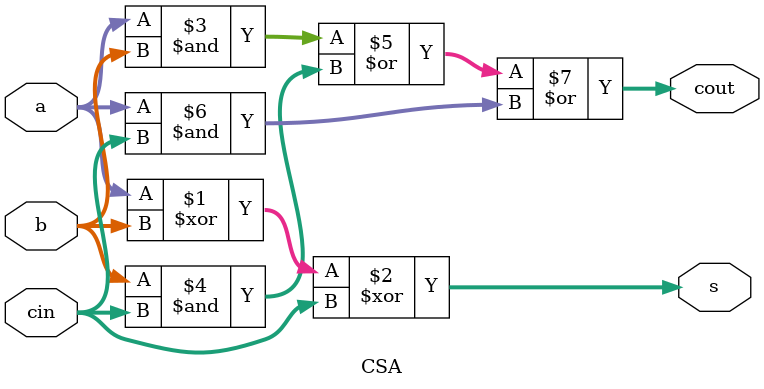
<source format=sv>
module Mul(
    input                       clk,
    input                       rstn,
    input                       WB_flush_csr,

    input                       mul_en,          //乘法器使能，stall使其在2个EX有效
    input           [31: 0]     EX_mul_x,EX_mul_y,
    input                       EX_mul_signed,      //1：有符号数乘法；0：无符号数乘法

    output  wire                stall_mul,          //发给EX前的段间寄存器，用于暂停流水线
    output  wire    [63: 0]     EX_mul_tmp1, EX_mul_tmp2    //最后一级CSA的输出      
);
logic   [63: 0]     x;          //乘数x，扩展至64位
logic   [32: 0]     y;          //乘数y，扩展至33位
logic               first_stage;//乘法器是否处于EX的第一个阶段
assign x = EX_mul_signed ? {{32{EX_mul_x[31]}},EX_mul_x} : {32'b0,EX_mul_x};
assign y = EX_mul_signed ? {EX_mul_y[31],EX_mul_y} : {1'b0,EX_mul_y};
assign stall_mul = mul_en & first_stage;
//Booth编码
logic   [63: 0]     booth_res [16:0];   //booth编码的结果
logic   [63: 0]     booth_res_2 [16:0];   //booth编码的结果，第二段EX生效
Booth Booth_0(.y({y[1:0],1'b0}), .x(x), .booth_res(booth_res[0]));
generate
    genvar i;
    for (i=2;i<32;i=i+2)begin:mul_booth
        Booth Booth_i(
            .y(y[i+1:i-1]),
            .x(x<<i),
            .booth_res(booth_res[i>>1])
        );
    end
endgenerate
Booth Booth_32(.y({y[32],y[32:31]}), .x(x<<32), .booth_res(booth_res[16]));

always @(posedge clk)begin //rstn flush不需要重置
    booth_res_2 <= booth_res;
end
always @(posedge clk)begin
    if(!rstn | WB_flush_csr)begin
        first_stage <= 1'b1;
    end 
    else if (mul_en)begin
        first_stage <= ~first_stage;
    end
    else begin
        first_stage <= 1'b1;
    end
end
//CSA
//first stage 17->12 
logic   [63: 0]     fst_s [4:0];
logic   [63: 0]     fst_cout [4:0];
CSA CSA_fst_1(.a(booth_res_2[2]), .b(booth_res_2[1]), .cin(booth_res_2[0]), .s(fst_s[0]), .cout(fst_cout[0]));
CSA CSA_fst_2(.a(booth_res_2[5]), .b(booth_res_2[4]), .cin(booth_res_2[3]), .s(fst_s[1]), .cout(fst_cout[1]));
CSA CSA_fst_3(.a(booth_res_2[8]), .b(booth_res_2[7]), .cin(booth_res_2[6]), .s(fst_s[2]), .cout(fst_cout[2]));
CSA CSA_fst_4(.a(booth_res_2[11]), .b(booth_res_2[10]), .cin(booth_res_2[9]), .s(fst_s[3]), .cout(fst_cout[3]));
CSA CSA_fst_5(.a(booth_res_2[14]), .b(booth_res_2[13]), .cin(booth_res_2[12]), .s(fst_s[4]), .cout(fst_cout[4]));

//second stage 12->8
logic   [63: 0]     snd_s [3:0];
logic   [63: 0]     snd_cout [3:0];
CSA CSA_snd_1(.a(fst_s[1]), .b(fst_cout[0]<<1), .cin(fst_s[0]), .s(snd_s[0]), .cout(snd_cout[0]));
CSA CSA_snd_2(.a(fst_cout[2]<<1), .b(fst_s[2]), .cin(fst_cout[1]<<1), .s(snd_s[1]), .cout(snd_cout[1]));
CSA CSA_snd_3(.a(fst_s[4]), .b(fst_cout[3]<<1), .cin(fst_s[3]), .s(snd_s[2]), .cout(snd_cout[2]));
CSA CSA_snd_4(.a(booth_res_2[16]), .b(booth_res_2[15]), .cin(fst_cout[4]<<1), .s(snd_s[3]), .cout(snd_cout[3]));

//third stage 8->6
logic   [63: 0]     trd_s [1:0];
logic   [63: 0]     trd_cout [1:0];
CSA CSA_trd_1(.a(snd_s[1]), .b(snd_cout[0]<<1), .cin(snd_s[0]), .s(trd_s[0]), .cout(trd_cout[0]));
CSA CSA_trd_2(.a(snd_cout[2]<<1), .b(snd_s[2]), .cin(snd_cout[1]<<1), .s(trd_s[1]), .cout(trd_cout[1]));

//fourth stage 6->4
logic   [63: 0]     fth_s [1:0];
logic   [63: 0]     fth_cout [1:0];
CSA CSA_fth_1(.a(trd_s[1]), .b(trd_cout[0]<<1), .cin(trd_s[0]), .s(fth_s[0]), .cout(fth_cout[0]));
CSA CSA_fth_2(.a(snd_cout[3]<<1),  .b(snd_s[3]), .cin(trd_cout[1]<<1), .s(fth_s[1]), .cout(fth_cout[1]));

//fifth stage 4->3
logic   [63: 0]     fif_s;
logic   [63: 0]     fif_cout;
CSA CSA_fif(.a(fth_s[1]), .b(fth_cout[0]<<1), .cin(fth_s[0]), .s(fif_s), .cout(fif_cout));

//sixth stage 3->2
logic   [63: 0]     six_s;
logic   [63: 0]     six_cout;
CSA CSA_six(.a(fth_cout[1]<<1), .b(fif_cout<<1), .cin(fif_s), .s(six_s), .cout(six_cout));

assign EX_mul_tmp1=six_s;
assign EX_mul_tmp2=six_cout<<1;
endmodule


module Booth(
    input           [ 2: 0]     y,
    input           [63: 0]     x,
    output  wire    [63: 0]     booth_res   //Booth算法计算结果
);
logic               p1,p2,n1,n2;        //x -> x/2x/-x/-2x
assign p1 = y==3'b001 || y==3'b010;
assign p2 = y==3'b011;
assign n1 = y==3'b101 || y==3'b110;
assign n2 = y==3'b100;
assign booth_res = (({64{p1}}&x) | ({64{p2}}&(x<<1))) | ({64{n1}}&(~x+1) | {64{n2}}&(~(x<<1)+1));
endmodule  

module CSA(
    input           [63: 0]     a,b,cin,
    output  wire    [63: 0]     s,cout
);
assign s=a^b^cin;
assign cout=(a&b)|(b&cin)|(a&cin);
endmodule


</source>
